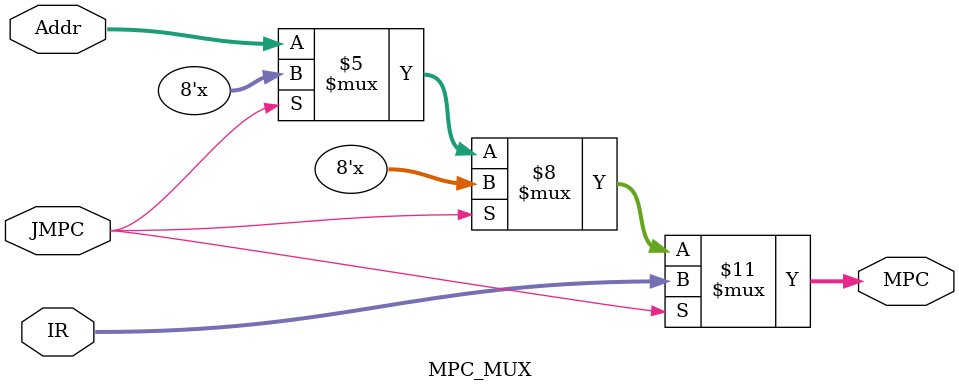
<source format=v>
`timescale 1ns / 1ps
module MPC_MUX(IR,Addr,MPC,JMPC);
	 
	  
	 input[7:0] IR;
	 input[7:0] Addr;
    output reg [7:0] MPC;
    input JMPC;
	 
	 initial begin
		MPC = 8'd0;
	 end
	 
	 always @(*) begin
		if(JMPC)
			MPC = IR;
		else if(~JMPC)
			MPC = Addr;
	end
	 

endmodule

</source>
